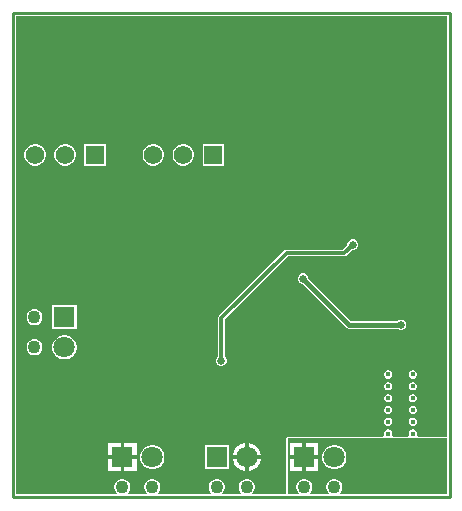
<source format=gbl>
G04*
G04 #@! TF.GenerationSoftware,Altium Limited,Altium Designer,24.6.1 (21)*
G04*
G04 Layer_Physical_Order=4*
G04 Layer_Color=16711680*
%FSLAX44Y44*%
%MOMM*%
G71*
G04*
G04 #@! TF.SameCoordinates,BDBC2BC3-1C69-4059-88BB-952B3CEC59DC*
G04*
G04*
G04 #@! TF.FilePolarity,Positive*
G04*
G01*
G75*
%ADD14C,0.2540*%
%ADD71C,1.1000*%
%ADD78C,0.3000*%
%ADD79C,0.3810*%
%ADD80C,1.8000*%
%ADD81R,1.8000X1.8000*%
%ADD82C,1.5748*%
%ADD83R,1.5748X1.5748*%
%ADD84R,1.8000X1.8000*%
%ADD85C,0.4500*%
%ADD86C,0.6500*%
%ADD87C,0.6000*%
G36*
X890451Y1637353D02*
X865936D01*
X865210Y1638603D01*
X865500Y1639304D01*
Y1640696D01*
X864967Y1641983D01*
X863983Y1642967D01*
X862696Y1643500D01*
X861304D01*
X860017Y1642967D01*
X859033Y1641983D01*
X858500Y1640696D01*
Y1639304D01*
X858790Y1638603D01*
X858064Y1637353D01*
X844936D01*
X844210Y1638603D01*
X844500Y1639304D01*
Y1640696D01*
X843967Y1641983D01*
X842983Y1642967D01*
X841696Y1643500D01*
X840304D01*
X839017Y1642967D01*
X838033Y1641983D01*
X837500Y1640696D01*
Y1639304D01*
X837790Y1638603D01*
X837064Y1637353D01*
X756000D01*
X755043Y1636957D01*
X754647Y1636000D01*
Y1588549D01*
X726663D01*
X726145Y1589799D01*
X726801Y1590455D01*
X727690Y1591995D01*
X728150Y1593711D01*
Y1595489D01*
X727690Y1597205D01*
X726801Y1598745D01*
X725545Y1600001D01*
X724005Y1600890D01*
X722289Y1601350D01*
X720511D01*
X718795Y1600890D01*
X717255Y1600001D01*
X715999Y1598745D01*
X715110Y1597205D01*
X714650Y1595489D01*
Y1593711D01*
X715110Y1591995D01*
X715999Y1590455D01*
X716655Y1589799D01*
X716137Y1588549D01*
X701263D01*
X700745Y1589799D01*
X701401Y1590455D01*
X702290Y1591995D01*
X702750Y1593711D01*
Y1595489D01*
X702290Y1597205D01*
X701401Y1598745D01*
X700145Y1600001D01*
X698605Y1600890D01*
X696889Y1601350D01*
X695111D01*
X693395Y1600890D01*
X691855Y1600001D01*
X690599Y1598745D01*
X689710Y1597205D01*
X689250Y1595489D01*
Y1593711D01*
X689710Y1591995D01*
X690599Y1590455D01*
X691255Y1589799D01*
X690738Y1588549D01*
X646663D01*
X646145Y1589799D01*
X646801Y1590455D01*
X647690Y1591995D01*
X648150Y1593711D01*
Y1595489D01*
X647690Y1597205D01*
X646801Y1598745D01*
X645545Y1600001D01*
X644005Y1600890D01*
X642289Y1601350D01*
X640511D01*
X638795Y1600890D01*
X637255Y1600001D01*
X635999Y1598745D01*
X635110Y1597205D01*
X634650Y1595489D01*
Y1593711D01*
X635110Y1591995D01*
X635999Y1590455D01*
X636655Y1589799D01*
X636137Y1588549D01*
X621263D01*
X620745Y1589799D01*
X621401Y1590455D01*
X622290Y1591995D01*
X622750Y1593711D01*
Y1595489D01*
X622290Y1597205D01*
X621401Y1598745D01*
X620145Y1600001D01*
X618605Y1600890D01*
X616889Y1601350D01*
X615111D01*
X613395Y1600890D01*
X611855Y1600001D01*
X610599Y1598745D01*
X609710Y1597205D01*
X609250Y1595489D01*
Y1593711D01*
X609710Y1591995D01*
X610599Y1590455D01*
X611255Y1589799D01*
X610737Y1588549D01*
X525549D01*
Y1993451D01*
X890451D01*
Y1637353D01*
D02*
G37*
G36*
Y1588549D02*
X800691D01*
X800165Y1589819D01*
X800801Y1590455D01*
X801690Y1591995D01*
X802150Y1593711D01*
Y1595489D01*
X801690Y1597205D01*
X800801Y1598745D01*
X799545Y1600001D01*
X798005Y1600890D01*
X796289Y1601350D01*
X794511D01*
X792795Y1600890D01*
X791255Y1600001D01*
X789999Y1598745D01*
X789110Y1597205D01*
X788650Y1595489D01*
Y1593711D01*
X789110Y1591995D01*
X789999Y1590455D01*
X790635Y1589819D01*
X790109Y1588549D01*
X775291D01*
X774765Y1589819D01*
X775401Y1590455D01*
X776290Y1591995D01*
X776750Y1593711D01*
Y1595489D01*
X776290Y1597205D01*
X775401Y1598745D01*
X774145Y1600001D01*
X772605Y1600890D01*
X770889Y1601350D01*
X769111D01*
X767395Y1600890D01*
X765855Y1600001D01*
X764599Y1598745D01*
X763710Y1597205D01*
X763250Y1595489D01*
Y1593711D01*
X763710Y1591995D01*
X764599Y1590455D01*
X765235Y1589819D01*
X764709Y1588549D01*
X756000D01*
Y1636000D01*
X890451D01*
Y1588549D01*
D02*
G37*
%LPC*%
G36*
X702124Y1885124D02*
X683876D01*
Y1866876D01*
X702124D01*
Y1885124D01*
D02*
G37*
G36*
X668801D02*
X666399D01*
X664078Y1884502D01*
X661998Y1883301D01*
X660299Y1881602D01*
X659098Y1879522D01*
X658476Y1877201D01*
Y1874799D01*
X659098Y1872478D01*
X660299Y1870398D01*
X661998Y1868699D01*
X664078Y1867498D01*
X666399Y1866876D01*
X668801D01*
X671122Y1867498D01*
X673202Y1868699D01*
X674901Y1870398D01*
X676102Y1872478D01*
X676724Y1874799D01*
Y1877201D01*
X676102Y1879522D01*
X674901Y1881602D01*
X673202Y1883301D01*
X671122Y1884502D01*
X668801Y1885124D01*
D02*
G37*
G36*
X643401D02*
X640999D01*
X638678Y1884502D01*
X636598Y1883301D01*
X634899Y1881602D01*
X633698Y1879522D01*
X633076Y1877201D01*
Y1874799D01*
X633698Y1872478D01*
X634899Y1870398D01*
X636598Y1868699D01*
X638678Y1867498D01*
X640999Y1866876D01*
X643401D01*
X645722Y1867498D01*
X647802Y1868699D01*
X649501Y1870398D01*
X650702Y1872478D01*
X651324Y1874799D01*
Y1877201D01*
X650702Y1879522D01*
X649501Y1881602D01*
X647802Y1883301D01*
X645722Y1884502D01*
X643401Y1885124D01*
D02*
G37*
G36*
X602124D02*
X583876D01*
Y1866876D01*
X602124D01*
Y1885124D01*
D02*
G37*
G36*
X568801D02*
X566399D01*
X564078Y1884502D01*
X561998Y1883301D01*
X560299Y1881602D01*
X559098Y1879522D01*
X558476Y1877201D01*
Y1874799D01*
X559098Y1872478D01*
X560299Y1870398D01*
X561998Y1868699D01*
X564078Y1867498D01*
X566399Y1866876D01*
X568801D01*
X571122Y1867498D01*
X573202Y1868699D01*
X574901Y1870398D01*
X576102Y1872478D01*
X576724Y1874799D01*
Y1877201D01*
X576102Y1879522D01*
X574901Y1881602D01*
X573202Y1883301D01*
X571122Y1884502D01*
X568801Y1885124D01*
D02*
G37*
G36*
X543401D02*
X540999D01*
X538678Y1884502D01*
X536598Y1883301D01*
X534899Y1881602D01*
X533698Y1879522D01*
X533076Y1877201D01*
Y1874799D01*
X533698Y1872478D01*
X534899Y1870398D01*
X536598Y1868699D01*
X538678Y1867498D01*
X540999Y1866876D01*
X543401D01*
X545722Y1867498D01*
X547802Y1868699D01*
X549501Y1870398D01*
X550702Y1872478D01*
X551324Y1874799D01*
Y1877201D01*
X550702Y1879522D01*
X549501Y1881602D01*
X547802Y1883301D01*
X545722Y1884502D01*
X543401Y1885124D01*
D02*
G37*
G36*
X542489Y1745150D02*
X540711D01*
X538995Y1744690D01*
X537455Y1743801D01*
X536199Y1742545D01*
X535310Y1741005D01*
X534850Y1739289D01*
Y1737511D01*
X535310Y1735795D01*
X536199Y1734255D01*
X537455Y1732999D01*
X538995Y1732110D01*
X540711Y1731650D01*
X542489D01*
X544205Y1732110D01*
X545745Y1732999D01*
X547001Y1734255D01*
X547890Y1735795D01*
X548350Y1737511D01*
Y1739289D01*
X547890Y1741005D01*
X547001Y1742545D01*
X545745Y1743801D01*
X544205Y1744690D01*
X542489Y1745150D01*
D02*
G37*
G36*
X577250Y1748650D02*
X556750D01*
Y1728150D01*
X577250D01*
Y1748650D01*
D02*
G37*
G36*
X769895Y1775500D02*
X768105D01*
X766451Y1774815D01*
X765185Y1773549D01*
X764500Y1771895D01*
Y1770105D01*
X765185Y1768451D01*
X766451Y1767185D01*
X768105Y1766500D01*
X768951D01*
X805785Y1729666D01*
X806828Y1728969D01*
X808059Y1728724D01*
X848917D01*
X849516Y1728126D01*
X851170Y1727441D01*
X852960D01*
X854614Y1728126D01*
X855880Y1729392D01*
X856565Y1731046D01*
Y1732836D01*
X855880Y1734490D01*
X854614Y1735756D01*
X852960Y1736441D01*
X851170D01*
X849516Y1735756D01*
X848917Y1735158D01*
X809392D01*
X773500Y1771049D01*
Y1771895D01*
X772815Y1773549D01*
X771549Y1774815D01*
X769895Y1775500D01*
D02*
G37*
G36*
X542489Y1719750D02*
X540711D01*
X538995Y1719290D01*
X537455Y1718401D01*
X536199Y1717145D01*
X535310Y1715605D01*
X534850Y1713889D01*
Y1712111D01*
X535310Y1710395D01*
X536199Y1708855D01*
X537455Y1707599D01*
X538995Y1706710D01*
X540711Y1706250D01*
X542489D01*
X544205Y1706710D01*
X545745Y1707599D01*
X547001Y1708855D01*
X547890Y1710395D01*
X548350Y1712111D01*
Y1713889D01*
X547890Y1715605D01*
X547001Y1717145D01*
X545745Y1718401D01*
X544205Y1719290D01*
X542489Y1719750D01*
D02*
G37*
G36*
X568349Y1723250D02*
X565651D01*
X563044Y1722552D01*
X560706Y1721202D01*
X558798Y1719294D01*
X557449Y1716956D01*
X556750Y1714349D01*
Y1711651D01*
X557449Y1709044D01*
X558798Y1706706D01*
X560706Y1704798D01*
X563044Y1703448D01*
X565651Y1702750D01*
X568349D01*
X570956Y1703448D01*
X573294Y1704798D01*
X575202Y1706706D01*
X576552Y1709044D01*
X577250Y1711651D01*
Y1714349D01*
X576552Y1716956D01*
X575202Y1719294D01*
X573294Y1721202D01*
X570956Y1722552D01*
X568349Y1723250D01*
D02*
G37*
G36*
X811895Y1804500D02*
X810105D01*
X808451Y1803815D01*
X807185Y1802549D01*
X806500Y1800895D01*
Y1799465D01*
X802839Y1795804D01*
X755000D01*
X753927Y1795590D01*
X753017Y1794983D01*
X697767Y1739733D01*
X697160Y1738823D01*
X696946Y1737750D01*
Y1705310D01*
X695935Y1704299D01*
X695250Y1702645D01*
Y1700855D01*
X695935Y1699201D01*
X697201Y1697935D01*
X698855Y1697250D01*
X700645D01*
X702299Y1697935D01*
X703565Y1699201D01*
X704250Y1700855D01*
Y1702645D01*
X703565Y1704299D01*
X702554Y1705310D01*
Y1736589D01*
X756161Y1790196D01*
X804000D01*
X805073Y1790410D01*
X805983Y1791017D01*
X810465Y1795500D01*
X811895D01*
X813549Y1796185D01*
X814815Y1797451D01*
X815500Y1799105D01*
Y1800895D01*
X814815Y1802549D01*
X813549Y1803815D01*
X811895Y1804500D01*
D02*
G37*
G36*
X862696Y1693500D02*
X861304D01*
X860017Y1692967D01*
X859033Y1691983D01*
X858500Y1690696D01*
Y1689304D01*
X859033Y1688017D01*
X860017Y1687033D01*
X861304Y1686500D01*
X862696D01*
X863983Y1687033D01*
X864967Y1688017D01*
X865500Y1689304D01*
Y1690696D01*
X864967Y1691983D01*
X863983Y1692967D01*
X862696Y1693500D01*
D02*
G37*
G36*
X841696D02*
X840304D01*
X839017Y1692967D01*
X838033Y1691983D01*
X837500Y1690696D01*
Y1689304D01*
X838033Y1688017D01*
X839017Y1687033D01*
X840304Y1686500D01*
X841696D01*
X842983Y1687033D01*
X843967Y1688017D01*
X844500Y1689304D01*
Y1690696D01*
X843967Y1691983D01*
X842983Y1692967D01*
X841696Y1693500D01*
D02*
G37*
G36*
X862696Y1683500D02*
X861304D01*
X860017Y1682967D01*
X859033Y1681983D01*
X858500Y1680696D01*
Y1679304D01*
X859033Y1678017D01*
X860017Y1677033D01*
X861304Y1676500D01*
X862696D01*
X863983Y1677033D01*
X864967Y1678017D01*
X865500Y1679304D01*
Y1680696D01*
X864967Y1681983D01*
X863983Y1682967D01*
X862696Y1683500D01*
D02*
G37*
G36*
X841696D02*
X840304D01*
X839017Y1682967D01*
X838033Y1681983D01*
X837500Y1680696D01*
Y1679304D01*
X838033Y1678017D01*
X839017Y1677033D01*
X840304Y1676500D01*
X841696D01*
X842983Y1677033D01*
X843967Y1678017D01*
X844500Y1679304D01*
Y1680696D01*
X843967Y1681983D01*
X842983Y1682967D01*
X841696Y1683500D01*
D02*
G37*
G36*
X862696Y1673500D02*
X861304D01*
X860017Y1672967D01*
X859033Y1671983D01*
X858500Y1670696D01*
Y1669304D01*
X859033Y1668017D01*
X860017Y1667033D01*
X861304Y1666500D01*
X862696D01*
X863983Y1667033D01*
X864967Y1668017D01*
X865500Y1669304D01*
Y1670696D01*
X864967Y1671983D01*
X863983Y1672967D01*
X862696Y1673500D01*
D02*
G37*
G36*
X841696D02*
X840304D01*
X839017Y1672967D01*
X838033Y1671983D01*
X837500Y1670696D01*
Y1669304D01*
X838033Y1668017D01*
X839017Y1667033D01*
X840304Y1666500D01*
X841696D01*
X842983Y1667033D01*
X843967Y1668017D01*
X844500Y1669304D01*
Y1670696D01*
X843967Y1671983D01*
X842983Y1672967D01*
X841696Y1673500D01*
D02*
G37*
G36*
X862696Y1663500D02*
X861304D01*
X860017Y1662967D01*
X859033Y1661983D01*
X858500Y1660696D01*
Y1659304D01*
X859033Y1658017D01*
X860017Y1657033D01*
X861304Y1656500D01*
X862696D01*
X863983Y1657033D01*
X864967Y1658017D01*
X865500Y1659304D01*
Y1660696D01*
X864967Y1661983D01*
X863983Y1662967D01*
X862696Y1663500D01*
D02*
G37*
G36*
X841696D02*
X840304D01*
X839017Y1662967D01*
X838033Y1661983D01*
X837500Y1660696D01*
Y1659304D01*
X838033Y1658017D01*
X839017Y1657033D01*
X840304Y1656500D01*
X841696D01*
X842983Y1657033D01*
X843967Y1658017D01*
X844500Y1659304D01*
Y1660696D01*
X843967Y1661983D01*
X842983Y1662967D01*
X841696Y1663500D01*
D02*
G37*
G36*
X862696Y1653500D02*
X861304D01*
X860017Y1652967D01*
X859033Y1651983D01*
X858500Y1650696D01*
Y1649304D01*
X859033Y1648017D01*
X860017Y1647033D01*
X861304Y1646500D01*
X862696D01*
X863983Y1647033D01*
X864967Y1648017D01*
X865500Y1649304D01*
Y1650696D01*
X864967Y1651983D01*
X863983Y1652967D01*
X862696Y1653500D01*
D02*
G37*
G36*
X841696D02*
X840304D01*
X839017Y1652967D01*
X838033Y1651983D01*
X837500Y1650696D01*
Y1649304D01*
X838033Y1648017D01*
X839017Y1647033D01*
X840304Y1646500D01*
X841696D01*
X842983Y1647033D01*
X843967Y1648017D01*
X844500Y1649304D01*
Y1650696D01*
X843967Y1651983D01*
X842983Y1652967D01*
X841696Y1653500D01*
D02*
G37*
G36*
X722980Y1632000D02*
X722900D01*
Y1621500D01*
X733400D01*
Y1621580D01*
X732582Y1624632D01*
X731002Y1627368D01*
X728768Y1629602D01*
X726032Y1631182D01*
X722980Y1632000D01*
D02*
G37*
G36*
X719900D02*
X719820D01*
X716768Y1631182D01*
X714032Y1629602D01*
X711798Y1627368D01*
X710218Y1624632D01*
X709400Y1621580D01*
Y1621500D01*
X719900D01*
Y1632000D01*
D02*
G37*
G36*
X628000D02*
X617500D01*
Y1621500D01*
X628000D01*
Y1632000D01*
D02*
G37*
G36*
X614500D02*
X604000D01*
Y1621500D01*
X614500D01*
Y1632000D01*
D02*
G37*
G36*
X706250Y1630250D02*
X685750D01*
Y1609750D01*
X706250D01*
Y1630250D01*
D02*
G37*
G36*
X642749D02*
X640051D01*
X637444Y1629552D01*
X635106Y1628202D01*
X633198Y1626294D01*
X631848Y1623956D01*
X631150Y1621349D01*
Y1618651D01*
X631848Y1616044D01*
X633198Y1613706D01*
X635106Y1611798D01*
X637444Y1610448D01*
X640051Y1609750D01*
X642749D01*
X645356Y1610448D01*
X647694Y1611798D01*
X649602Y1613706D01*
X650952Y1616044D01*
X651650Y1618651D01*
Y1621349D01*
X650952Y1623956D01*
X649602Y1626294D01*
X647694Y1628202D01*
X645356Y1629552D01*
X642749Y1630250D01*
D02*
G37*
G36*
X733400Y1618500D02*
X722900D01*
Y1608000D01*
X722980D01*
X726032Y1608818D01*
X728768Y1610398D01*
X731002Y1612632D01*
X732582Y1615368D01*
X733400Y1618420D01*
Y1618500D01*
D02*
G37*
G36*
X719900D02*
X709400D01*
Y1618420D01*
X710218Y1615368D01*
X711798Y1612632D01*
X714032Y1610398D01*
X716768Y1608818D01*
X719820Y1608000D01*
X719900D01*
Y1618500D01*
D02*
G37*
G36*
X628000D02*
X617500D01*
Y1608000D01*
X628000D01*
Y1618500D01*
D02*
G37*
G36*
X614500D02*
X604000D01*
Y1608000D01*
X614500D01*
Y1618500D01*
D02*
G37*
G36*
X782000Y1632000D02*
X771500D01*
Y1621500D01*
X782000D01*
Y1632000D01*
D02*
G37*
G36*
X768500D02*
X758000D01*
Y1621500D01*
X768500D01*
Y1632000D01*
D02*
G37*
G36*
X796749Y1630250D02*
X794051D01*
X791444Y1629552D01*
X789106Y1628202D01*
X787198Y1626294D01*
X785848Y1623956D01*
X785150Y1621349D01*
Y1618651D01*
X785848Y1616044D01*
X787198Y1613706D01*
X789106Y1611798D01*
X791444Y1610448D01*
X794051Y1609750D01*
X796749D01*
X799356Y1610448D01*
X801694Y1611798D01*
X803602Y1613706D01*
X804951Y1616044D01*
X805650Y1618651D01*
Y1621349D01*
X804951Y1623956D01*
X803602Y1626294D01*
X801694Y1628202D01*
X799356Y1629552D01*
X796749Y1630250D01*
D02*
G37*
G36*
X782000Y1618500D02*
X771500D01*
Y1608000D01*
X782000D01*
Y1618500D01*
D02*
G37*
G36*
X768500D02*
X758000D01*
Y1608000D01*
X768500D01*
Y1618500D01*
D02*
G37*
%LPD*%
D14*
X523000Y1586000D02*
X893000D01*
X523000Y1996000D02*
X893000D01*
Y1586000D02*
Y1996000D01*
X523000Y1586000D02*
Y1996000D01*
D71*
X641400Y1594600D02*
D03*
X616000D02*
D03*
X721400D02*
D03*
X696000D02*
D03*
X795400D02*
D03*
X770000D02*
D03*
X541600Y1713000D02*
D03*
Y1738400D02*
D03*
D78*
X699750Y1737750D02*
X755000Y1793000D01*
X804000D02*
X811000Y1800000D01*
X755000Y1793000D02*
X804000D01*
X699750Y1701750D02*
Y1737750D01*
D79*
X808059Y1731941D02*
X852065D01*
X769000Y1771000D02*
X808059Y1731941D01*
D80*
X641400Y1620000D02*
D03*
X721400D02*
D03*
X795400D02*
D03*
X567000Y1713000D02*
D03*
D81*
X616000Y1620000D02*
D03*
X696000D02*
D03*
X770000D02*
D03*
D82*
X642200Y1876000D02*
D03*
X667600D02*
D03*
X542200D02*
D03*
X567600D02*
D03*
D83*
X693000D02*
D03*
X593000D02*
D03*
D84*
X567000Y1738400D02*
D03*
D85*
X803000Y1801000D02*
D03*
X795000Y1802000D02*
D03*
X780000Y1801000D02*
D03*
X764000Y1800000D02*
D03*
X781000Y1810000D02*
D03*
X875000Y1850000D02*
D03*
Y1800000D02*
D03*
Y1750000D02*
D03*
Y1700000D02*
D03*
Y1650000D02*
D03*
X862500Y1975000D02*
D03*
Y1875000D02*
D03*
X850000Y1850000D02*
D03*
X862500Y1825000D02*
D03*
X837500Y1975000D02*
D03*
Y1875000D02*
D03*
Y1825000D02*
D03*
X825000Y1750000D02*
D03*
X812500Y1975000D02*
D03*
X800000Y1650000D02*
D03*
X787500Y1975000D02*
D03*
X775000Y1750000D02*
D03*
X787500Y1675000D02*
D03*
X775000Y1650000D02*
D03*
X762500Y1975000D02*
D03*
Y1675000D02*
D03*
X750000Y1650000D02*
D03*
Y1600000D02*
D03*
X737500Y1975000D02*
D03*
Y1675000D02*
D03*
X725000Y1650000D02*
D03*
X737500Y1625000D02*
D03*
X712500Y1975000D02*
D03*
X700000Y1950000D02*
D03*
X687500Y1975000D02*
D03*
X675000Y1950000D02*
D03*
X687500Y1925000D02*
D03*
X675000Y1600000D02*
D03*
X662500Y1975000D02*
D03*
X650000Y1950000D02*
D03*
X662500Y1925000D02*
D03*
Y1625000D02*
D03*
X637500Y1975000D02*
D03*
X625000Y1950000D02*
D03*
X637500Y1925000D02*
D03*
X612500Y1975000D02*
D03*
X600000Y1950000D02*
D03*
X612500Y1925000D02*
D03*
Y1675000D02*
D03*
X600000Y1650000D02*
D03*
Y1600000D02*
D03*
X587500Y1975000D02*
D03*
X575000Y1950000D02*
D03*
X587500Y1925000D02*
D03*
Y1675000D02*
D03*
X575000Y1650000D02*
D03*
X587500Y1625000D02*
D03*
X575000Y1600000D02*
D03*
X562500Y1975000D02*
D03*
X550000Y1950000D02*
D03*
X562500Y1925000D02*
D03*
Y1675000D02*
D03*
X550000Y1650000D02*
D03*
X562500Y1625000D02*
D03*
X550000Y1600000D02*
D03*
X661500Y1655000D02*
D03*
X666500D02*
D03*
X671500D02*
D03*
X671500Y1660000D02*
D03*
X666500D02*
D03*
X661500D02*
D03*
X841000Y1680000D02*
D03*
Y1670000D02*
D03*
Y1660000D02*
D03*
Y1650000D02*
D03*
Y1640000D02*
D03*
Y1630000D02*
D03*
Y1620000D02*
D03*
Y1610000D02*
D03*
Y1600000D02*
D03*
Y1690000D02*
D03*
X834000Y1641500D02*
D03*
Y1651500D02*
D03*
Y1661500D02*
D03*
Y1671500D02*
D03*
Y1681500D02*
D03*
X831500Y1702833D02*
D03*
X821500D02*
D03*
X811500D02*
D03*
X801500D02*
D03*
X791500D02*
D03*
X781500D02*
D03*
X771500D02*
D03*
X761500D02*
D03*
X751500D02*
D03*
X741500D02*
D03*
X731500D02*
D03*
X721500D02*
D03*
X801500Y1683833D02*
D03*
X791500D02*
D03*
X781500D02*
D03*
X771500D02*
D03*
X761500D02*
D03*
X751500D02*
D03*
X741500D02*
D03*
X731500D02*
D03*
X721500D02*
D03*
X815000Y1681500D02*
D03*
Y1671500D02*
D03*
Y1661500D02*
D03*
Y1651500D02*
D03*
Y1641500D02*
D03*
X862000Y1690000D02*
D03*
Y1600000D02*
D03*
Y1610000D02*
D03*
Y1620000D02*
D03*
Y1630000D02*
D03*
Y1640000D02*
D03*
Y1650000D02*
D03*
Y1660000D02*
D03*
Y1670000D02*
D03*
Y1680000D02*
D03*
X775000Y1733000D02*
D03*
Y1742000D02*
D03*
D86*
X699750Y1701750D02*
D03*
X811000Y1800000D02*
D03*
X769000Y1771000D02*
D03*
X852065Y1731941D02*
D03*
D87*
X588000Y1816000D02*
D03*
X602000Y1858000D02*
D03*
X595000Y1851000D02*
D03*
X588000Y1858000D02*
D03*
X567000Y1809000D02*
D03*
X588000Y1830000D02*
D03*
X581000Y1851000D02*
D03*
X588000Y1844000D02*
D03*
X574000D02*
D03*
X567000Y1837000D02*
D03*
Y1823000D02*
D03*
X574000Y1830000D02*
D03*
M02*

</source>
